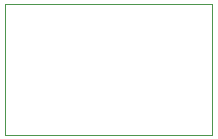
<source format=gbr>
%TF.GenerationSoftware,KiCad,Pcbnew,5.1.6-c6e7f7d~86~ubuntu18.04.1*%
%TF.CreationDate,2020-11-01T20:36:20-05:00*%
%TF.ProjectId,Senior-Design-Radar-Group,53656e69-6f72-42d4-9465-7369676e2d52,rev?*%
%TF.SameCoordinates,Original*%
%TF.FileFunction,Other,User*%
%FSLAX46Y46*%
G04 Gerber Fmt 4.6, Leading zero omitted, Abs format (unit mm)*
G04 Created by KiCad (PCBNEW 5.1.6-c6e7f7d~86~ubuntu18.04.1) date 2020-11-01 20:36:20*
%MOMM*%
%LPD*%
G01*
G04 APERTURE LIST*
%ADD10C,0.050000*%
G04 APERTURE END LIST*
D10*
%TO.C,J2*%
X36888800Y-132715200D02*
X54398800Y-132715200D01*
X36888800Y-132715200D02*
X36888800Y-121555200D01*
X36888800Y-121555200D02*
X54398800Y-121555200D01*
X54398800Y-121555200D02*
X54398800Y-132715200D01*
%TD*%
M02*

</source>
